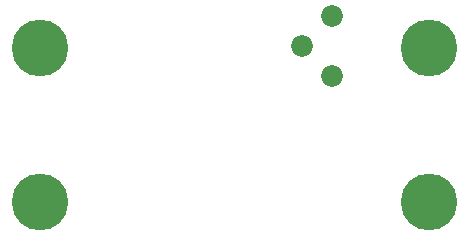
<source format=gbr>
%TF.GenerationSoftware,KiCad,Pcbnew,(6.0.4-0)*%
%TF.CreationDate,2022-11-03T14:14:05-06:00*%
%TF.ProjectId,howland,686f776c-616e-4642-9e6b-696361645f70,rev?*%
%TF.SameCoordinates,Original*%
%TF.FileFunction,Soldermask,Bot*%
%TF.FilePolarity,Negative*%
%FSLAX46Y46*%
G04 Gerber Fmt 4.6, Leading zero omitted, Abs format (unit mm)*
G04 Created by KiCad (PCBNEW (6.0.4-0)) date 2022-11-03 14:14:05*
%MOMM*%
%LPD*%
G01*
G04 APERTURE LIST*
%ADD10C,1.100000*%
%ADD11C,4.800000*%
%ADD12C,1.840000*%
G04 APERTURE END LIST*
D10*
%TO.C,MH1*%
X101350000Y-84000000D03*
X103000000Y-82350000D03*
X104166726Y-85166726D03*
X104166726Y-82833274D03*
D11*
X103000000Y-84000000D03*
D10*
X104650000Y-84000000D03*
X101833274Y-82833274D03*
X101833274Y-85166726D03*
X103000000Y-85650000D03*
%TD*%
D11*
%TO.C,MH2*%
X136000000Y-84000000D03*
D10*
X137166726Y-82833274D03*
X134350000Y-84000000D03*
X137650000Y-84000000D03*
X137166726Y-85166726D03*
X136000000Y-82350000D03*
X136000000Y-85650000D03*
X134833274Y-85166726D03*
X134833274Y-82833274D03*
%TD*%
%TO.C,MH3*%
X101833274Y-98166726D03*
D11*
X103000000Y-97000000D03*
D10*
X104166726Y-98166726D03*
X101833274Y-95833274D03*
X104166726Y-95833274D03*
X103000000Y-95350000D03*
X104650000Y-97000000D03*
X101350000Y-97000000D03*
X103000000Y-98650000D03*
%TD*%
D11*
%TO.C,MH4*%
X136000000Y-97000000D03*
D10*
X134833274Y-95833274D03*
X134350000Y-97000000D03*
X137650000Y-97000000D03*
X136000000Y-95350000D03*
X137166726Y-98166726D03*
X137166726Y-95833274D03*
X134833274Y-98166726D03*
X136000000Y-98650000D03*
%TD*%
D12*
%TO.C,RV1*%
X127750000Y-86350000D03*
X125210000Y-83810000D03*
X127750000Y-81270000D03*
%TD*%
M02*

</source>
